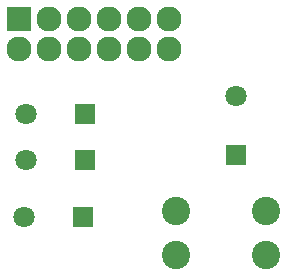
<source format=gbs>
G04 #@! TF.FileFunction,Soldermask,Bot*
%FSLAX46Y46*%
G04 Gerber Fmt 4.6, Leading zero omitted, Abs format (unit mm)*
G04 Created by KiCad (PCBNEW 4.0.1-3.201512221402+6198~38~ubuntu14.04.1-stable) date Sun 07 Feb 2016 08:00:25 PM PST*
%MOMM*%
G01*
G04 APERTURE LIST*
%ADD10C,0.100000*%
%ADD11R,2.127200X2.127200*%
%ADD12O,2.127200X2.127200*%
%ADD13R,1.800000X1.800000*%
%ADD14C,1.800000*%
%ADD15C,2.398980*%
G04 APERTURE END LIST*
D10*
D11*
X154597100Y-97612200D03*
D12*
X154597100Y-100152200D03*
X157137100Y-97612200D03*
X157137100Y-100152200D03*
X159677100Y-97612200D03*
X159677100Y-100152200D03*
X162217100Y-97612200D03*
X162217100Y-100152200D03*
X164757100Y-97612200D03*
X164757100Y-100152200D03*
X167297100Y-97612200D03*
X167297100Y-100152200D03*
D13*
X172948600Y-109143800D03*
D14*
X172948600Y-104143800D03*
D13*
X160143200Y-109575600D03*
D14*
X155143200Y-109575600D03*
D13*
X160147000Y-105664000D03*
D14*
X155147000Y-105664000D03*
D13*
X160020000Y-114427000D03*
D14*
X155020000Y-114427000D03*
D15*
X175488600Y-117627400D03*
X167868600Y-117627400D03*
X175514000Y-113919000D03*
X167894000Y-113919000D03*
M02*

</source>
